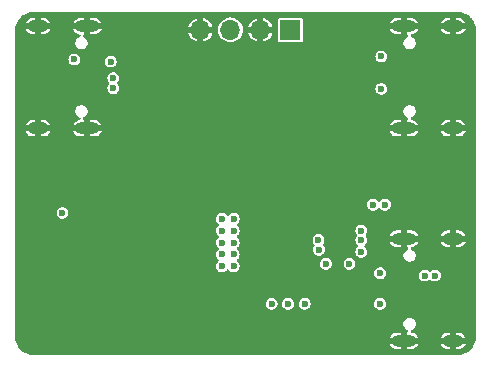
<source format=gbr>
G04 #@! TF.GenerationSoftware,KiCad,Pcbnew,8.0.8*
G04 #@! TF.CreationDate,2025-08-23T08:43:18-04:00*
G04 #@! TF.ProjectId,project-hw-usbc-mux-demux,70726f6a-6563-4742-9d68-772d75736263,rev?*
G04 #@! TF.SameCoordinates,Original*
G04 #@! TF.FileFunction,Copper,L3,Inr*
G04 #@! TF.FilePolarity,Positive*
%FSLAX46Y46*%
G04 Gerber Fmt 4.6, Leading zero omitted, Abs format (unit mm)*
G04 Created by KiCad (PCBNEW 8.0.8) date 2025-08-23 08:43:18*
%MOMM*%
%LPD*%
G01*
G04 APERTURE LIST*
G04 #@! TA.AperFunction,HeatsinkPad*
%ADD10O,2.100000X1.000000*%
G04 #@! TD*
G04 #@! TA.AperFunction,HeatsinkPad*
%ADD11O,1.800000X1.000000*%
G04 #@! TD*
G04 #@! TA.AperFunction,ComponentPad*
%ADD12R,1.700000X1.700000*%
G04 #@! TD*
G04 #@! TA.AperFunction,ComponentPad*
%ADD13O,1.700000X1.700000*%
G04 #@! TD*
G04 #@! TA.AperFunction,ViaPad*
%ADD14C,0.600000*%
G04 #@! TD*
G04 APERTURE END LIST*
D10*
X63395000Y-48320000D03*
D11*
X67575000Y-48320000D03*
D10*
X63395000Y-39680000D03*
D11*
X67575000Y-39680000D03*
D10*
X63395000Y-30320000D03*
D11*
X67575000Y-30320000D03*
D10*
X63395000Y-21680000D03*
D11*
X67575000Y-21680000D03*
D10*
X36605000Y-21680000D03*
D11*
X32425000Y-21680000D03*
D10*
X36605000Y-30320000D03*
D11*
X32425000Y-30320000D03*
D12*
X53800000Y-22000000D03*
D13*
X51260000Y-22000000D03*
X48720000Y-22000000D03*
X46180000Y-22000000D03*
D14*
X37200000Y-38700000D03*
X34500000Y-37500000D03*
X61800000Y-36800000D03*
X59800000Y-39000000D03*
X52200000Y-45200000D03*
X58800000Y-41800000D03*
X61400000Y-42600000D03*
X59800000Y-39800000D03*
X61400000Y-45200000D03*
X59800000Y-40800000D03*
X53600000Y-45200000D03*
X56175735Y-39775735D03*
X55000000Y-45200000D03*
X56200000Y-40600000D03*
X66025000Y-42800000D03*
X65175000Y-42800000D03*
X38800000Y-26925000D03*
X38800000Y-26075000D03*
X36000000Y-37500000D03*
X49000000Y-38000000D03*
X49000000Y-39000000D03*
X49000000Y-40000000D03*
X49000000Y-41000000D03*
X49000000Y-42000000D03*
X48000000Y-42000000D03*
X48000000Y-41000000D03*
X48000000Y-40000000D03*
X48000000Y-39000000D03*
X48000000Y-38000000D03*
X55000000Y-48750000D03*
X53500000Y-48750000D03*
X51250000Y-49000000D03*
X60800000Y-36800000D03*
X56800000Y-41800000D03*
X58000000Y-41800000D03*
X61500000Y-24250000D03*
X35500000Y-24500000D03*
X61500000Y-27000000D03*
X38573818Y-24675000D03*
X40000000Y-48000000D03*
X40000000Y-47000000D03*
X42500000Y-48750000D03*
X41500000Y-48750000D03*
X46000000Y-48750000D03*
X45000000Y-48750000D03*
X37000000Y-43500000D03*
X37000000Y-42500000D03*
X37750000Y-47000000D03*
X37750000Y-46000000D03*
X38750000Y-45000000D03*
X38000000Y-45000000D03*
G04 #@! TA.AperFunction,Conductor*
G36*
X68004418Y-20500816D02*
G01*
X68204561Y-20515130D01*
X68222063Y-20517647D01*
X68413797Y-20559355D01*
X68430755Y-20564334D01*
X68614609Y-20632909D01*
X68630701Y-20640259D01*
X68802904Y-20734288D01*
X68817784Y-20743849D01*
X68974867Y-20861441D01*
X68988237Y-20873027D01*
X69126972Y-21011762D01*
X69138558Y-21025132D01*
X69164408Y-21059664D01*
X69256146Y-21182210D01*
X69265711Y-21197095D01*
X69359740Y-21369298D01*
X69367090Y-21385390D01*
X69435662Y-21569236D01*
X69440646Y-21586212D01*
X69482351Y-21777931D01*
X69484869Y-21795442D01*
X69499184Y-21995580D01*
X69499500Y-22004427D01*
X69499500Y-47995572D01*
X69499184Y-48004419D01*
X69484869Y-48204557D01*
X69482351Y-48222068D01*
X69440646Y-48413787D01*
X69435662Y-48430763D01*
X69367090Y-48614609D01*
X69359740Y-48630701D01*
X69265711Y-48802904D01*
X69256146Y-48817789D01*
X69138558Y-48974867D01*
X69126972Y-48988237D01*
X68988237Y-49126972D01*
X68974867Y-49138558D01*
X68817789Y-49256146D01*
X68802904Y-49265711D01*
X68630701Y-49359740D01*
X68614609Y-49367090D01*
X68430763Y-49435662D01*
X68413787Y-49440646D01*
X68222068Y-49482351D01*
X68204557Y-49484869D01*
X68023779Y-49497799D01*
X68004417Y-49499184D01*
X67995572Y-49499500D01*
X32004428Y-49499500D01*
X31995582Y-49499184D01*
X31973622Y-49497613D01*
X31795442Y-49484869D01*
X31777931Y-49482351D01*
X31586212Y-49440646D01*
X31569236Y-49435662D01*
X31385390Y-49367090D01*
X31369298Y-49359740D01*
X31197095Y-49265711D01*
X31182210Y-49256146D01*
X31025132Y-49138558D01*
X31011762Y-49126972D01*
X30873027Y-48988237D01*
X30861441Y-48974867D01*
X30743849Y-48817784D01*
X30734288Y-48802904D01*
X30640259Y-48630701D01*
X30632909Y-48614609D01*
X30627294Y-48599556D01*
X30564334Y-48430755D01*
X30559355Y-48413797D01*
X30517647Y-48222063D01*
X30515130Y-48204556D01*
X30506217Y-48079940D01*
X30505506Y-48069999D01*
X62190879Y-48069999D01*
X62190879Y-48070000D01*
X62678012Y-48070000D01*
X62660795Y-48079940D01*
X62604940Y-48135795D01*
X62565444Y-48204204D01*
X62545000Y-48280504D01*
X62545000Y-48359496D01*
X62565444Y-48435796D01*
X62604940Y-48504205D01*
X62660795Y-48560060D01*
X62678012Y-48570000D01*
X62190879Y-48570000D01*
X62224667Y-48651573D01*
X62301275Y-48766226D01*
X62398773Y-48863724D01*
X62513420Y-48940328D01*
X62513433Y-48940335D01*
X62640813Y-48993097D01*
X62640823Y-48993100D01*
X62776053Y-49020000D01*
X63145000Y-49020000D01*
X63145000Y-48620000D01*
X63645000Y-48620000D01*
X63645000Y-49020000D01*
X64013946Y-49020000D01*
X64149176Y-48993100D01*
X64149186Y-48993097D01*
X64276566Y-48940335D01*
X64276579Y-48940328D01*
X64391226Y-48863724D01*
X64488724Y-48766226D01*
X64565332Y-48651573D01*
X64599121Y-48570000D01*
X64111988Y-48570000D01*
X64129205Y-48560060D01*
X64185060Y-48504205D01*
X64224556Y-48435796D01*
X64245000Y-48359496D01*
X64245000Y-48280504D01*
X64224556Y-48204204D01*
X64185060Y-48135795D01*
X64129205Y-48079940D01*
X64111988Y-48070000D01*
X64599121Y-48070000D01*
X64599120Y-48069999D01*
X66520879Y-48069999D01*
X66520879Y-48070000D01*
X67008012Y-48070000D01*
X66990795Y-48079940D01*
X66934940Y-48135795D01*
X66895444Y-48204204D01*
X66875000Y-48280504D01*
X66875000Y-48359496D01*
X66895444Y-48435796D01*
X66934940Y-48504205D01*
X66990795Y-48560060D01*
X67008012Y-48570000D01*
X66520879Y-48570000D01*
X66554667Y-48651573D01*
X66631275Y-48766226D01*
X66728773Y-48863724D01*
X66843420Y-48940328D01*
X66843433Y-48940335D01*
X66970813Y-48993097D01*
X66970823Y-48993100D01*
X67106053Y-49020000D01*
X67325000Y-49020000D01*
X67325000Y-48620000D01*
X67825000Y-48620000D01*
X67825000Y-49020000D01*
X68043946Y-49020000D01*
X68179176Y-48993100D01*
X68179186Y-48993097D01*
X68306566Y-48940335D01*
X68306579Y-48940328D01*
X68421226Y-48863724D01*
X68518724Y-48766226D01*
X68595332Y-48651573D01*
X68629121Y-48570000D01*
X68141988Y-48570000D01*
X68159205Y-48560060D01*
X68215060Y-48504205D01*
X68254556Y-48435796D01*
X68275000Y-48359496D01*
X68275000Y-48280504D01*
X68254556Y-48204204D01*
X68215060Y-48135795D01*
X68159205Y-48079940D01*
X68141988Y-48070000D01*
X68629121Y-48070000D01*
X68629120Y-48069999D01*
X68595332Y-47988426D01*
X68518724Y-47873773D01*
X68421226Y-47776275D01*
X68306579Y-47699671D01*
X68306566Y-47699664D01*
X68179186Y-47646902D01*
X68179176Y-47646899D01*
X68043946Y-47620000D01*
X67825000Y-47620000D01*
X67825000Y-48020000D01*
X67325000Y-48020000D01*
X67325000Y-47620000D01*
X67106054Y-47620000D01*
X66970823Y-47646899D01*
X66970813Y-47646902D01*
X66843433Y-47699664D01*
X66843420Y-47699671D01*
X66728773Y-47776275D01*
X66631275Y-47873773D01*
X66554667Y-47988426D01*
X66520879Y-48069999D01*
X64599120Y-48069999D01*
X64565332Y-47988426D01*
X64488724Y-47873773D01*
X64391226Y-47776275D01*
X64276579Y-47699671D01*
X64276566Y-47699664D01*
X64149186Y-47646902D01*
X64149176Y-47646899D01*
X64068940Y-47630939D01*
X64007029Y-47598554D01*
X63972455Y-47537838D01*
X63976196Y-47468068D01*
X64017062Y-47411397D01*
X64061036Y-47389548D01*
X64097836Y-47379688D01*
X64217665Y-47310505D01*
X64315505Y-47212665D01*
X64384688Y-47092836D01*
X64420500Y-46959183D01*
X64420500Y-46820817D01*
X64384688Y-46687164D01*
X64315505Y-46567335D01*
X64217665Y-46469495D01*
X64217664Y-46469494D01*
X64217661Y-46469492D01*
X64097838Y-46400313D01*
X64097837Y-46400312D01*
X64097836Y-46400312D01*
X63964183Y-46364500D01*
X63825817Y-46364500D01*
X63692164Y-46400312D01*
X63692161Y-46400313D01*
X63572338Y-46469492D01*
X63572333Y-46469496D01*
X63474496Y-46567333D01*
X63474492Y-46567338D01*
X63405313Y-46687161D01*
X63405312Y-46687164D01*
X63369500Y-46820817D01*
X63369500Y-46959182D01*
X63405312Y-47092835D01*
X63405313Y-47092838D01*
X63474492Y-47212661D01*
X63474494Y-47212664D01*
X63474495Y-47212665D01*
X63572335Y-47310505D01*
X63692164Y-47379688D01*
X63692169Y-47379689D01*
X63696390Y-47381438D01*
X63750794Y-47425278D01*
X63772860Y-47491572D01*
X63755582Y-47559272D01*
X63704445Y-47606883D01*
X63648939Y-47620000D01*
X63645000Y-47620000D01*
X63645000Y-48020000D01*
X63145000Y-48020000D01*
X63145000Y-47620000D01*
X62776054Y-47620000D01*
X62640823Y-47646899D01*
X62640813Y-47646902D01*
X62513433Y-47699664D01*
X62513420Y-47699671D01*
X62398773Y-47776275D01*
X62301275Y-47873773D01*
X62224667Y-47988426D01*
X62190879Y-48069999D01*
X30505506Y-48069999D01*
X30500816Y-48004418D01*
X30500500Y-47995572D01*
X30500500Y-45200000D01*
X51694353Y-45200000D01*
X51714834Y-45342456D01*
X51774622Y-45473371D01*
X51774623Y-45473373D01*
X51868872Y-45582143D01*
X51989947Y-45659953D01*
X51989950Y-45659954D01*
X51989949Y-45659954D01*
X52128036Y-45700499D01*
X52128038Y-45700500D01*
X52128039Y-45700500D01*
X52271962Y-45700500D01*
X52271962Y-45700499D01*
X52410053Y-45659953D01*
X52531128Y-45582143D01*
X52625377Y-45473373D01*
X52685165Y-45342457D01*
X52705647Y-45200000D01*
X53094353Y-45200000D01*
X53114834Y-45342456D01*
X53174622Y-45473371D01*
X53174623Y-45473373D01*
X53268872Y-45582143D01*
X53389947Y-45659953D01*
X53389950Y-45659954D01*
X53389949Y-45659954D01*
X53528036Y-45700499D01*
X53528038Y-45700500D01*
X53528039Y-45700500D01*
X53671962Y-45700500D01*
X53671962Y-45700499D01*
X53810053Y-45659953D01*
X53931128Y-45582143D01*
X54025377Y-45473373D01*
X54085165Y-45342457D01*
X54105647Y-45200000D01*
X54494353Y-45200000D01*
X54514834Y-45342456D01*
X54574622Y-45473371D01*
X54574623Y-45473373D01*
X54668872Y-45582143D01*
X54789947Y-45659953D01*
X54789950Y-45659954D01*
X54789949Y-45659954D01*
X54928036Y-45700499D01*
X54928038Y-45700500D01*
X54928039Y-45700500D01*
X55071962Y-45700500D01*
X55071962Y-45700499D01*
X55210053Y-45659953D01*
X55331128Y-45582143D01*
X55425377Y-45473373D01*
X55485165Y-45342457D01*
X55505647Y-45200000D01*
X60894353Y-45200000D01*
X60914834Y-45342456D01*
X60974622Y-45473371D01*
X60974623Y-45473373D01*
X61068872Y-45582143D01*
X61189947Y-45659953D01*
X61189950Y-45659954D01*
X61189949Y-45659954D01*
X61328036Y-45700499D01*
X61328038Y-45700500D01*
X61328039Y-45700500D01*
X61471962Y-45700500D01*
X61471962Y-45700499D01*
X61610053Y-45659953D01*
X61731128Y-45582143D01*
X61825377Y-45473373D01*
X61885165Y-45342457D01*
X61905647Y-45200000D01*
X61885165Y-45057543D01*
X61825377Y-44926627D01*
X61731128Y-44817857D01*
X61610053Y-44740047D01*
X61610051Y-44740046D01*
X61610049Y-44740045D01*
X61610050Y-44740045D01*
X61471963Y-44699500D01*
X61471961Y-44699500D01*
X61328039Y-44699500D01*
X61328036Y-44699500D01*
X61189949Y-44740045D01*
X61068873Y-44817856D01*
X60974623Y-44926626D01*
X60974622Y-44926628D01*
X60914834Y-45057543D01*
X60894353Y-45200000D01*
X55505647Y-45200000D01*
X55485165Y-45057543D01*
X55425377Y-44926627D01*
X55331128Y-44817857D01*
X55210053Y-44740047D01*
X55210051Y-44740046D01*
X55210049Y-44740045D01*
X55210050Y-44740045D01*
X55071963Y-44699500D01*
X55071961Y-44699500D01*
X54928039Y-44699500D01*
X54928036Y-44699500D01*
X54789949Y-44740045D01*
X54668873Y-44817856D01*
X54574623Y-44926626D01*
X54574622Y-44926628D01*
X54514834Y-45057543D01*
X54494353Y-45200000D01*
X54105647Y-45200000D01*
X54085165Y-45057543D01*
X54025377Y-44926627D01*
X53931128Y-44817857D01*
X53810053Y-44740047D01*
X53810051Y-44740046D01*
X53810049Y-44740045D01*
X53810050Y-44740045D01*
X53671963Y-44699500D01*
X53671961Y-44699500D01*
X53528039Y-44699500D01*
X53528036Y-44699500D01*
X53389949Y-44740045D01*
X53268873Y-44817856D01*
X53174623Y-44926626D01*
X53174622Y-44926628D01*
X53114834Y-45057543D01*
X53094353Y-45200000D01*
X52705647Y-45200000D01*
X52685165Y-45057543D01*
X52625377Y-44926627D01*
X52531128Y-44817857D01*
X52410053Y-44740047D01*
X52410051Y-44740046D01*
X52410049Y-44740045D01*
X52410050Y-44740045D01*
X52271963Y-44699500D01*
X52271961Y-44699500D01*
X52128039Y-44699500D01*
X52128036Y-44699500D01*
X51989949Y-44740045D01*
X51868873Y-44817856D01*
X51774623Y-44926626D01*
X51774622Y-44926628D01*
X51714834Y-45057543D01*
X51694353Y-45200000D01*
X30500500Y-45200000D01*
X30500500Y-42600000D01*
X60894353Y-42600000D01*
X60914834Y-42742456D01*
X60941114Y-42800000D01*
X60974623Y-42873373D01*
X61068872Y-42982143D01*
X61189947Y-43059953D01*
X61189950Y-43059954D01*
X61189949Y-43059954D01*
X61328036Y-43100499D01*
X61328038Y-43100500D01*
X61328039Y-43100500D01*
X61471962Y-43100500D01*
X61471962Y-43100499D01*
X61610053Y-43059953D01*
X61731128Y-42982143D01*
X61825377Y-42873373D01*
X61858886Y-42800000D01*
X64669353Y-42800000D01*
X64689834Y-42942456D01*
X64707959Y-42982143D01*
X64749623Y-43073373D01*
X64843872Y-43182143D01*
X64964947Y-43259953D01*
X64964950Y-43259954D01*
X64964949Y-43259954D01*
X65103036Y-43300499D01*
X65103038Y-43300500D01*
X65103039Y-43300500D01*
X65246962Y-43300500D01*
X65246962Y-43300499D01*
X65385053Y-43259953D01*
X65506128Y-43182143D01*
X65506285Y-43181961D01*
X65506486Y-43181832D01*
X65512828Y-43176337D01*
X65513617Y-43177248D01*
X65565059Y-43144186D01*
X65634929Y-43144182D01*
X65686384Y-43177246D01*
X65687172Y-43176337D01*
X65693492Y-43181813D01*
X65693705Y-43181950D01*
X65693872Y-43182143D01*
X65693873Y-43182144D01*
X65727534Y-43203776D01*
X65814947Y-43259953D01*
X65814950Y-43259954D01*
X65814949Y-43259954D01*
X65953036Y-43300499D01*
X65953038Y-43300500D01*
X65953039Y-43300500D01*
X66096962Y-43300500D01*
X66096962Y-43300499D01*
X66235053Y-43259953D01*
X66356128Y-43182143D01*
X66450377Y-43073373D01*
X66510165Y-42942457D01*
X66530647Y-42800000D01*
X66510165Y-42657543D01*
X66450377Y-42526627D01*
X66356128Y-42417857D01*
X66235053Y-42340047D01*
X66235051Y-42340046D01*
X66235049Y-42340045D01*
X66235050Y-42340045D01*
X66096963Y-42299500D01*
X66096961Y-42299500D01*
X65953039Y-42299500D01*
X65953036Y-42299500D01*
X65814949Y-42340045D01*
X65693872Y-42417857D01*
X65693711Y-42418043D01*
X65693504Y-42418175D01*
X65687172Y-42423663D01*
X65686382Y-42422752D01*
X65634932Y-42455816D01*
X65565063Y-42455814D01*
X65513617Y-42422752D01*
X65512828Y-42423663D01*
X65506495Y-42418175D01*
X65506289Y-42418043D01*
X65506128Y-42417857D01*
X65385053Y-42340047D01*
X65385051Y-42340046D01*
X65385049Y-42340045D01*
X65385050Y-42340045D01*
X65246963Y-42299500D01*
X65246961Y-42299500D01*
X65103039Y-42299500D01*
X65103036Y-42299500D01*
X64964949Y-42340045D01*
X64843873Y-42417856D01*
X64843872Y-42417856D01*
X64843872Y-42417857D01*
X64838841Y-42423663D01*
X64749623Y-42526626D01*
X64749622Y-42526628D01*
X64689834Y-42657543D01*
X64669353Y-42800000D01*
X61858886Y-42800000D01*
X61885165Y-42742457D01*
X61905647Y-42600000D01*
X61885165Y-42457543D01*
X61825377Y-42326627D01*
X61731128Y-42217857D01*
X61610053Y-42140047D01*
X61610051Y-42140046D01*
X61610049Y-42140045D01*
X61610050Y-42140045D01*
X61471963Y-42099500D01*
X61471961Y-42099500D01*
X61328039Y-42099500D01*
X61328036Y-42099500D01*
X61189949Y-42140045D01*
X61068873Y-42217856D01*
X60974623Y-42326626D01*
X60974622Y-42326628D01*
X60914834Y-42457543D01*
X60894353Y-42600000D01*
X30500500Y-42600000D01*
X30500500Y-37500000D01*
X33994353Y-37500000D01*
X34014834Y-37642456D01*
X34053275Y-37726628D01*
X34074623Y-37773373D01*
X34168872Y-37882143D01*
X34289947Y-37959953D01*
X34289950Y-37959954D01*
X34289949Y-37959954D01*
X34397107Y-37991417D01*
X34426336Y-38000000D01*
X34428036Y-38000499D01*
X34428038Y-38000500D01*
X34428039Y-38000500D01*
X34571962Y-38000500D01*
X34571962Y-38000499D01*
X34573661Y-38000000D01*
X47494353Y-38000000D01*
X47514834Y-38142456D01*
X47574622Y-38273371D01*
X47574623Y-38273373D01*
X47668872Y-38382143D01*
X47676324Y-38386932D01*
X47689943Y-38395685D01*
X47735698Y-38448489D01*
X47745641Y-38517648D01*
X47716615Y-38581203D01*
X47689943Y-38604315D01*
X47668874Y-38617855D01*
X47574623Y-38726626D01*
X47574622Y-38726628D01*
X47514834Y-38857543D01*
X47494353Y-39000000D01*
X47514834Y-39142456D01*
X47556538Y-39233773D01*
X47574623Y-39273373D01*
X47668872Y-39382143D01*
X47669199Y-39382353D01*
X47689943Y-39395685D01*
X47735698Y-39448489D01*
X47745641Y-39517648D01*
X47716615Y-39581203D01*
X47689943Y-39604315D01*
X47668874Y-39617855D01*
X47574623Y-39726626D01*
X47574622Y-39726628D01*
X47514834Y-39857543D01*
X47494353Y-40000000D01*
X47514834Y-40142456D01*
X47549269Y-40217857D01*
X47574623Y-40273373D01*
X47668872Y-40382143D01*
X47676324Y-40386932D01*
X47689943Y-40395685D01*
X47735698Y-40448489D01*
X47745641Y-40517648D01*
X47716615Y-40581203D01*
X47689943Y-40604315D01*
X47668874Y-40617855D01*
X47668872Y-40617856D01*
X47668872Y-40617857D01*
X47666745Y-40620312D01*
X47574623Y-40726626D01*
X47574622Y-40726628D01*
X47514834Y-40857543D01*
X47494353Y-41000000D01*
X47514834Y-41142456D01*
X47531606Y-41179181D01*
X47574623Y-41273373D01*
X47668872Y-41382143D01*
X47676324Y-41386932D01*
X47689943Y-41395685D01*
X47735698Y-41448489D01*
X47745641Y-41517648D01*
X47716615Y-41581203D01*
X47689943Y-41604315D01*
X47668874Y-41617855D01*
X47574623Y-41726626D01*
X47574622Y-41726628D01*
X47514834Y-41857543D01*
X47494353Y-42000000D01*
X47514834Y-42142456D01*
X47532959Y-42182143D01*
X47574623Y-42273373D01*
X47668872Y-42382143D01*
X47789947Y-42459953D01*
X47789950Y-42459954D01*
X47789949Y-42459954D01*
X47928036Y-42500499D01*
X47928038Y-42500500D01*
X47928039Y-42500500D01*
X48071962Y-42500500D01*
X48071962Y-42500499D01*
X48210053Y-42459953D01*
X48331128Y-42382143D01*
X48406287Y-42295403D01*
X48465064Y-42257629D01*
X48534934Y-42257629D01*
X48593711Y-42295402D01*
X48668872Y-42382143D01*
X48789947Y-42459953D01*
X48789950Y-42459954D01*
X48789949Y-42459954D01*
X48928036Y-42500499D01*
X48928038Y-42500500D01*
X48928039Y-42500500D01*
X49071962Y-42500500D01*
X49071962Y-42500499D01*
X49210053Y-42459953D01*
X49331128Y-42382143D01*
X49425377Y-42273373D01*
X49485165Y-42142457D01*
X49505647Y-42000000D01*
X49485165Y-41857543D01*
X49458886Y-41800000D01*
X56294353Y-41800000D01*
X56314834Y-41942456D01*
X56341114Y-42000000D01*
X56374623Y-42073373D01*
X56468872Y-42182143D01*
X56589947Y-42259953D01*
X56589950Y-42259954D01*
X56589949Y-42259954D01*
X56697107Y-42291417D01*
X56724633Y-42299500D01*
X56728036Y-42300499D01*
X56728038Y-42300500D01*
X56728039Y-42300500D01*
X56871962Y-42300500D01*
X56871962Y-42300499D01*
X57010053Y-42259953D01*
X57131128Y-42182143D01*
X57225377Y-42073373D01*
X57285165Y-41942457D01*
X57305647Y-41800000D01*
X58294353Y-41800000D01*
X58314834Y-41942456D01*
X58341114Y-42000000D01*
X58374623Y-42073373D01*
X58468872Y-42182143D01*
X58589947Y-42259953D01*
X58589950Y-42259954D01*
X58589949Y-42259954D01*
X58697107Y-42291417D01*
X58724633Y-42299500D01*
X58728036Y-42300499D01*
X58728038Y-42300500D01*
X58728039Y-42300500D01*
X58871962Y-42300500D01*
X58871962Y-42300499D01*
X59010053Y-42259953D01*
X59131128Y-42182143D01*
X59225377Y-42073373D01*
X59285165Y-41942457D01*
X59305647Y-41800000D01*
X59285165Y-41657543D01*
X59225377Y-41526627D01*
X59131128Y-41417857D01*
X59010053Y-41340047D01*
X59010051Y-41340046D01*
X59010049Y-41340045D01*
X59010050Y-41340045D01*
X58871963Y-41299500D01*
X58871961Y-41299500D01*
X58728039Y-41299500D01*
X58728036Y-41299500D01*
X58589949Y-41340045D01*
X58468873Y-41417856D01*
X58374623Y-41526626D01*
X58374622Y-41526628D01*
X58314834Y-41657543D01*
X58294353Y-41800000D01*
X57305647Y-41800000D01*
X57285165Y-41657543D01*
X57225377Y-41526627D01*
X57131128Y-41417857D01*
X57010053Y-41340047D01*
X57010051Y-41340046D01*
X57010049Y-41340045D01*
X57010050Y-41340045D01*
X56871963Y-41299500D01*
X56871961Y-41299500D01*
X56728039Y-41299500D01*
X56728036Y-41299500D01*
X56589949Y-41340045D01*
X56468873Y-41417856D01*
X56374623Y-41526626D01*
X56374622Y-41526628D01*
X56314834Y-41657543D01*
X56294353Y-41800000D01*
X49458886Y-41800000D01*
X49425377Y-41726627D01*
X49331128Y-41617857D01*
X49331125Y-41617855D01*
X49331125Y-41617854D01*
X49310058Y-41604316D01*
X49264302Y-41551513D01*
X49254358Y-41482354D01*
X49283382Y-41418798D01*
X49310058Y-41395684D01*
X49331125Y-41382145D01*
X49331125Y-41382144D01*
X49331128Y-41382143D01*
X49425377Y-41273373D01*
X49485165Y-41142457D01*
X49505647Y-41000000D01*
X49485165Y-40857543D01*
X49425377Y-40726627D01*
X49331128Y-40617857D01*
X49331125Y-40617855D01*
X49331125Y-40617854D01*
X49310058Y-40604316D01*
X49264302Y-40551513D01*
X49254358Y-40482354D01*
X49283382Y-40418798D01*
X49310058Y-40395684D01*
X49331125Y-40382145D01*
X49331125Y-40382144D01*
X49331128Y-40382143D01*
X49425377Y-40273373D01*
X49485165Y-40142457D01*
X49505647Y-40000000D01*
X49485165Y-39857543D01*
X49447804Y-39775735D01*
X55670088Y-39775735D01*
X55690569Y-39918191D01*
X55709993Y-39960723D01*
X55750358Y-40049108D01*
X55812364Y-40120667D01*
X55841388Y-40184221D01*
X55831444Y-40253379D01*
X55812364Y-40283069D01*
X55774625Y-40326622D01*
X55774622Y-40326628D01*
X55714834Y-40457543D01*
X55694353Y-40600000D01*
X55714834Y-40742456D01*
X55774622Y-40873371D01*
X55774623Y-40873373D01*
X55868872Y-40982143D01*
X55989947Y-41059953D01*
X55989950Y-41059954D01*
X55989949Y-41059954D01*
X56128036Y-41100499D01*
X56128038Y-41100500D01*
X56128039Y-41100500D01*
X56271962Y-41100500D01*
X56271962Y-41100499D01*
X56410053Y-41059953D01*
X56531128Y-40982143D01*
X56625377Y-40873373D01*
X56685165Y-40742457D01*
X56705647Y-40600000D01*
X56685165Y-40457543D01*
X56625377Y-40326627D01*
X56625375Y-40326625D01*
X56625374Y-40326622D01*
X56563371Y-40255067D01*
X56534346Y-40191512D01*
X56544290Y-40122353D01*
X56563367Y-40092667D01*
X56601112Y-40049108D01*
X56660900Y-39918192D01*
X56681382Y-39775735D01*
X56660900Y-39633278D01*
X56601112Y-39502362D01*
X56506863Y-39393592D01*
X56385788Y-39315782D01*
X56385786Y-39315781D01*
X56385784Y-39315780D01*
X56385785Y-39315780D01*
X56247698Y-39275235D01*
X56247696Y-39275235D01*
X56103774Y-39275235D01*
X56103771Y-39275235D01*
X55965684Y-39315780D01*
X55844608Y-39393591D01*
X55844607Y-39393591D01*
X55844607Y-39393592D01*
X55838670Y-39400444D01*
X55750358Y-39502361D01*
X55750357Y-39502363D01*
X55690569Y-39633278D01*
X55670088Y-39775735D01*
X49447804Y-39775735D01*
X49425377Y-39726627D01*
X49331128Y-39617857D01*
X49331125Y-39617855D01*
X49331125Y-39617854D01*
X49310058Y-39604316D01*
X49264302Y-39551513D01*
X49254358Y-39482354D01*
X49283382Y-39418798D01*
X49310058Y-39395684D01*
X49331125Y-39382145D01*
X49331125Y-39382144D01*
X49331128Y-39382143D01*
X49425377Y-39273373D01*
X49485165Y-39142457D01*
X49505647Y-39000000D01*
X59294353Y-39000000D01*
X59314834Y-39142456D01*
X59374622Y-39273371D01*
X59374625Y-39273377D01*
X59413983Y-39318798D01*
X59443008Y-39382353D01*
X59433064Y-39451512D01*
X59413983Y-39481202D01*
X59374625Y-39526622D01*
X59374622Y-39526628D01*
X59314834Y-39657543D01*
X59294353Y-39800000D01*
X59314834Y-39942456D01*
X59363541Y-40049107D01*
X59374623Y-40073373D01*
X59468872Y-40182143D01*
X59476324Y-40186932D01*
X59489943Y-40195685D01*
X59535698Y-40248489D01*
X59545641Y-40317648D01*
X59516615Y-40381203D01*
X59489943Y-40404315D01*
X59468874Y-40417855D01*
X59374623Y-40526626D01*
X59374622Y-40526628D01*
X59314834Y-40657543D01*
X59294353Y-40800000D01*
X59314834Y-40942456D01*
X59332959Y-40982143D01*
X59374623Y-41073373D01*
X59468872Y-41182143D01*
X59589947Y-41259953D01*
X59589950Y-41259954D01*
X59589949Y-41259954D01*
X59697107Y-41291417D01*
X59724633Y-41299500D01*
X59728036Y-41300499D01*
X59728038Y-41300500D01*
X59728039Y-41300500D01*
X59871962Y-41300500D01*
X59871962Y-41300499D01*
X60010053Y-41259953D01*
X60131128Y-41182143D01*
X60225377Y-41073373D01*
X60285165Y-40942457D01*
X60305647Y-40800000D01*
X60285165Y-40657543D01*
X60225377Y-40526627D01*
X60131128Y-40417857D01*
X60131125Y-40417855D01*
X60131125Y-40417854D01*
X60110058Y-40404316D01*
X60064302Y-40351513D01*
X60054358Y-40282354D01*
X60083382Y-40218798D01*
X60110058Y-40195684D01*
X60131125Y-40182145D01*
X60131125Y-40182144D01*
X60131128Y-40182143D01*
X60225377Y-40073373D01*
X60285165Y-39942457D01*
X60305647Y-39800000D01*
X60285165Y-39657543D01*
X60225377Y-39526627D01*
X60225375Y-39526625D01*
X60225374Y-39526622D01*
X60190919Y-39486860D01*
X60186016Y-39481202D01*
X60162632Y-39429999D01*
X62190879Y-39429999D01*
X62190879Y-39430000D01*
X62678012Y-39430000D01*
X62660795Y-39439940D01*
X62604940Y-39495795D01*
X62565444Y-39564204D01*
X62545000Y-39640504D01*
X62545000Y-39719496D01*
X62565444Y-39795796D01*
X62604940Y-39864205D01*
X62660795Y-39920060D01*
X62678012Y-39930000D01*
X62190879Y-39930000D01*
X62224667Y-40011573D01*
X62301275Y-40126226D01*
X62398773Y-40223724D01*
X62513420Y-40300328D01*
X62513433Y-40300335D01*
X62640813Y-40353097D01*
X62640823Y-40353100D01*
X62776053Y-40380000D01*
X63145000Y-40380000D01*
X63145000Y-39980000D01*
X63645000Y-39980000D01*
X63645000Y-40380000D01*
X63648939Y-40380000D01*
X63715978Y-40399685D01*
X63761733Y-40452489D01*
X63771677Y-40521647D01*
X63742652Y-40585203D01*
X63696390Y-40618562D01*
X63692161Y-40620313D01*
X63572338Y-40689492D01*
X63572333Y-40689496D01*
X63474496Y-40787333D01*
X63474492Y-40787338D01*
X63405313Y-40907161D01*
X63405312Y-40907164D01*
X63369500Y-41040817D01*
X63369500Y-41179183D01*
X63402007Y-41300499D01*
X63405312Y-41312835D01*
X63405313Y-41312838D01*
X63474492Y-41432661D01*
X63474494Y-41432664D01*
X63474495Y-41432665D01*
X63572335Y-41530505D01*
X63692164Y-41599688D01*
X63825817Y-41635500D01*
X63825819Y-41635500D01*
X63964181Y-41635500D01*
X63964183Y-41635500D01*
X64097836Y-41599688D01*
X64217665Y-41530505D01*
X64315505Y-41432665D01*
X64384688Y-41312836D01*
X64420500Y-41179183D01*
X64420500Y-41040817D01*
X64384688Y-40907164D01*
X64315505Y-40787335D01*
X64217665Y-40689495D01*
X64217664Y-40689494D01*
X64217661Y-40689492D01*
X64097838Y-40620313D01*
X64097831Y-40620310D01*
X64061037Y-40610451D01*
X64001377Y-40574086D01*
X63970849Y-40511238D01*
X63979144Y-40441863D01*
X64023630Y-40387986D01*
X64068941Y-40369060D01*
X64149175Y-40353100D01*
X64149186Y-40353097D01*
X64276566Y-40300335D01*
X64276579Y-40300328D01*
X64391226Y-40223724D01*
X64488724Y-40126226D01*
X64565332Y-40011573D01*
X64599121Y-39930000D01*
X64111988Y-39930000D01*
X64129205Y-39920060D01*
X64185060Y-39864205D01*
X64224556Y-39795796D01*
X64245000Y-39719496D01*
X64245000Y-39640504D01*
X64224556Y-39564204D01*
X64185060Y-39495795D01*
X64129205Y-39439940D01*
X64111988Y-39430000D01*
X64599121Y-39430000D01*
X64599120Y-39429999D01*
X66520879Y-39429999D01*
X66520879Y-39430000D01*
X67008012Y-39430000D01*
X66990795Y-39439940D01*
X66934940Y-39495795D01*
X66895444Y-39564204D01*
X66875000Y-39640504D01*
X66875000Y-39719496D01*
X66895444Y-39795796D01*
X66934940Y-39864205D01*
X66990795Y-39920060D01*
X67008012Y-39930000D01*
X66520879Y-39930000D01*
X66554667Y-40011573D01*
X66631275Y-40126226D01*
X66728773Y-40223724D01*
X66843420Y-40300328D01*
X66843433Y-40300335D01*
X66970813Y-40353097D01*
X66970823Y-40353100D01*
X67106053Y-40380000D01*
X67325000Y-40380000D01*
X67325000Y-39980000D01*
X67825000Y-39980000D01*
X67825000Y-40380000D01*
X68043946Y-40380000D01*
X68179176Y-40353100D01*
X68179186Y-40353097D01*
X68306566Y-40300335D01*
X68306579Y-40300328D01*
X68421226Y-40223724D01*
X68518724Y-40126226D01*
X68595332Y-40011573D01*
X68629121Y-39930000D01*
X68141988Y-39930000D01*
X68159205Y-39920060D01*
X68215060Y-39864205D01*
X68254556Y-39795796D01*
X68275000Y-39719496D01*
X68275000Y-39640504D01*
X68254556Y-39564204D01*
X68215060Y-39495795D01*
X68159205Y-39439940D01*
X68141988Y-39430000D01*
X68629121Y-39430000D01*
X68629120Y-39429999D01*
X68595332Y-39348426D01*
X68518724Y-39233773D01*
X68421226Y-39136275D01*
X68306579Y-39059671D01*
X68306566Y-39059664D01*
X68179186Y-39006902D01*
X68179176Y-39006899D01*
X68043946Y-38980000D01*
X67825000Y-38980000D01*
X67825000Y-39380000D01*
X67325000Y-39380000D01*
X67325000Y-38980000D01*
X67106054Y-38980000D01*
X66970823Y-39006899D01*
X66970813Y-39006902D01*
X66843433Y-39059664D01*
X66843420Y-39059671D01*
X66728773Y-39136275D01*
X66631275Y-39233773D01*
X66554667Y-39348426D01*
X66520879Y-39429999D01*
X64599120Y-39429999D01*
X64565332Y-39348426D01*
X64488724Y-39233773D01*
X64391226Y-39136275D01*
X64276579Y-39059671D01*
X64276566Y-39059664D01*
X64149186Y-39006902D01*
X64149176Y-39006899D01*
X64013946Y-38980000D01*
X63645000Y-38980000D01*
X63645000Y-39380000D01*
X63145000Y-39380000D01*
X63145000Y-38980000D01*
X62776054Y-38980000D01*
X62640823Y-39006899D01*
X62640813Y-39006902D01*
X62513433Y-39059664D01*
X62513420Y-39059671D01*
X62398773Y-39136275D01*
X62301275Y-39233773D01*
X62224667Y-39348426D01*
X62190879Y-39429999D01*
X60162632Y-39429999D01*
X60156991Y-39417648D01*
X60166934Y-39348489D01*
X60186017Y-39318797D01*
X60225374Y-39273377D01*
X60225374Y-39273375D01*
X60225377Y-39273373D01*
X60285165Y-39142457D01*
X60305647Y-39000000D01*
X60285165Y-38857543D01*
X60225377Y-38726627D01*
X60131128Y-38617857D01*
X60010053Y-38540047D01*
X60010051Y-38540046D01*
X60010049Y-38540045D01*
X60010050Y-38540045D01*
X59871963Y-38499500D01*
X59871961Y-38499500D01*
X59728039Y-38499500D01*
X59728036Y-38499500D01*
X59589949Y-38540045D01*
X59468873Y-38617856D01*
X59374623Y-38726626D01*
X59374622Y-38726628D01*
X59314834Y-38857543D01*
X59294353Y-39000000D01*
X49505647Y-39000000D01*
X49485165Y-38857543D01*
X49425377Y-38726627D01*
X49331128Y-38617857D01*
X49331125Y-38617855D01*
X49331125Y-38617854D01*
X49310058Y-38604316D01*
X49264302Y-38551513D01*
X49254358Y-38482354D01*
X49283382Y-38418798D01*
X49310058Y-38395684D01*
X49331125Y-38382145D01*
X49331125Y-38382144D01*
X49331128Y-38382143D01*
X49425377Y-38273373D01*
X49485165Y-38142457D01*
X49505647Y-38000000D01*
X49485165Y-37857543D01*
X49425377Y-37726627D01*
X49331128Y-37617857D01*
X49210053Y-37540047D01*
X49210051Y-37540046D01*
X49210049Y-37540045D01*
X49210050Y-37540045D01*
X49071963Y-37499500D01*
X49071961Y-37499500D01*
X48928039Y-37499500D01*
X48928036Y-37499500D01*
X48789949Y-37540045D01*
X48668873Y-37617856D01*
X48593713Y-37704596D01*
X48534935Y-37742370D01*
X48465065Y-37742370D01*
X48406287Y-37704596D01*
X48331128Y-37617857D01*
X48210053Y-37540047D01*
X48210051Y-37540046D01*
X48210049Y-37540045D01*
X48210050Y-37540045D01*
X48071963Y-37499500D01*
X48071961Y-37499500D01*
X47928039Y-37499500D01*
X47928036Y-37499500D01*
X47789949Y-37540045D01*
X47668873Y-37617856D01*
X47574623Y-37726626D01*
X47574622Y-37726628D01*
X47514834Y-37857543D01*
X47494353Y-38000000D01*
X34573661Y-38000000D01*
X34710053Y-37959953D01*
X34831128Y-37882143D01*
X34925377Y-37773373D01*
X34985165Y-37642457D01*
X35005647Y-37500000D01*
X34985165Y-37357543D01*
X34925377Y-37226627D01*
X34831128Y-37117857D01*
X34710053Y-37040047D01*
X34710051Y-37040046D01*
X34710049Y-37040045D01*
X34710050Y-37040045D01*
X34571963Y-36999500D01*
X34571961Y-36999500D01*
X34428039Y-36999500D01*
X34428036Y-36999500D01*
X34289949Y-37040045D01*
X34168873Y-37117856D01*
X34074623Y-37226626D01*
X34074622Y-37226628D01*
X34014834Y-37357543D01*
X33994353Y-37500000D01*
X30500500Y-37500000D01*
X30500500Y-36800000D01*
X60294353Y-36800000D01*
X60314834Y-36942456D01*
X60340886Y-36999500D01*
X60374623Y-37073373D01*
X60468872Y-37182143D01*
X60589947Y-37259953D01*
X60589950Y-37259954D01*
X60589949Y-37259954D01*
X60728036Y-37300499D01*
X60728038Y-37300500D01*
X60728039Y-37300500D01*
X60871962Y-37300500D01*
X60871962Y-37300499D01*
X61010053Y-37259953D01*
X61131128Y-37182143D01*
X61206287Y-37095403D01*
X61265064Y-37057629D01*
X61334934Y-37057629D01*
X61393711Y-37095402D01*
X61468872Y-37182143D01*
X61589947Y-37259953D01*
X61589950Y-37259954D01*
X61589949Y-37259954D01*
X61728036Y-37300499D01*
X61728038Y-37300500D01*
X61728039Y-37300500D01*
X61871962Y-37300500D01*
X61871962Y-37300499D01*
X62010053Y-37259953D01*
X62131128Y-37182143D01*
X62225377Y-37073373D01*
X62285165Y-36942457D01*
X62305647Y-36800000D01*
X62285165Y-36657543D01*
X62225377Y-36526627D01*
X62131128Y-36417857D01*
X62010053Y-36340047D01*
X62010051Y-36340046D01*
X62010049Y-36340045D01*
X62010050Y-36340045D01*
X61871963Y-36299500D01*
X61871961Y-36299500D01*
X61728039Y-36299500D01*
X61728036Y-36299500D01*
X61589949Y-36340045D01*
X61468873Y-36417856D01*
X61393713Y-36504596D01*
X61334935Y-36542370D01*
X61265065Y-36542370D01*
X61206287Y-36504596D01*
X61131128Y-36417857D01*
X61010053Y-36340047D01*
X61010051Y-36340046D01*
X61010049Y-36340045D01*
X61010050Y-36340045D01*
X60871963Y-36299500D01*
X60871961Y-36299500D01*
X60728039Y-36299500D01*
X60728036Y-36299500D01*
X60589949Y-36340045D01*
X60468873Y-36417856D01*
X60374623Y-36526626D01*
X60374622Y-36526628D01*
X60314834Y-36657543D01*
X60294353Y-36800000D01*
X30500500Y-36800000D01*
X30500500Y-30069999D01*
X31370879Y-30069999D01*
X31370879Y-30070000D01*
X31858012Y-30070000D01*
X31840795Y-30079940D01*
X31784940Y-30135795D01*
X31745444Y-30204204D01*
X31725000Y-30280504D01*
X31725000Y-30359496D01*
X31745444Y-30435796D01*
X31784940Y-30504205D01*
X31840795Y-30560060D01*
X31858012Y-30570000D01*
X31370879Y-30570000D01*
X31404667Y-30651573D01*
X31481275Y-30766226D01*
X31578773Y-30863724D01*
X31693420Y-30940328D01*
X31693433Y-30940335D01*
X31820813Y-30993097D01*
X31820823Y-30993100D01*
X31956053Y-31020000D01*
X32175000Y-31020000D01*
X32175000Y-30620000D01*
X32675000Y-30620000D01*
X32675000Y-31020000D01*
X32893946Y-31020000D01*
X33029176Y-30993100D01*
X33029186Y-30993097D01*
X33156566Y-30940335D01*
X33156579Y-30940328D01*
X33271226Y-30863724D01*
X33368724Y-30766226D01*
X33445332Y-30651573D01*
X33479121Y-30570000D01*
X32991988Y-30570000D01*
X33009205Y-30560060D01*
X33065060Y-30504205D01*
X33104556Y-30435796D01*
X33125000Y-30359496D01*
X33125000Y-30280504D01*
X33104556Y-30204204D01*
X33065060Y-30135795D01*
X33009205Y-30079940D01*
X32991988Y-30070000D01*
X33479121Y-30070000D01*
X33479120Y-30069999D01*
X35400879Y-30069999D01*
X35400879Y-30070000D01*
X35888012Y-30070000D01*
X35870795Y-30079940D01*
X35814940Y-30135795D01*
X35775444Y-30204204D01*
X35755000Y-30280504D01*
X35755000Y-30359496D01*
X35775444Y-30435796D01*
X35814940Y-30504205D01*
X35870795Y-30560060D01*
X35888012Y-30570000D01*
X35400879Y-30570000D01*
X35434667Y-30651573D01*
X35511275Y-30766226D01*
X35608773Y-30863724D01*
X35723420Y-30940328D01*
X35723433Y-30940335D01*
X35850813Y-30993097D01*
X35850823Y-30993100D01*
X35986053Y-31020000D01*
X36355000Y-31020000D01*
X36355000Y-30620000D01*
X36855000Y-30620000D01*
X36855000Y-31020000D01*
X37223946Y-31020000D01*
X37359176Y-30993100D01*
X37359186Y-30993097D01*
X37486566Y-30940335D01*
X37486579Y-30940328D01*
X37601226Y-30863724D01*
X37698724Y-30766226D01*
X37775332Y-30651573D01*
X37809121Y-30570000D01*
X37321988Y-30570000D01*
X37339205Y-30560060D01*
X37395060Y-30504205D01*
X37434556Y-30435796D01*
X37455000Y-30359496D01*
X37455000Y-30280504D01*
X37434556Y-30204204D01*
X37395060Y-30135795D01*
X37339205Y-30079940D01*
X37321988Y-30070000D01*
X37809121Y-30070000D01*
X37809120Y-30069999D01*
X62190879Y-30069999D01*
X62190879Y-30070000D01*
X62678012Y-30070000D01*
X62660795Y-30079940D01*
X62604940Y-30135795D01*
X62565444Y-30204204D01*
X62545000Y-30280504D01*
X62545000Y-30359496D01*
X62565444Y-30435796D01*
X62604940Y-30504205D01*
X62660795Y-30560060D01*
X62678012Y-30570000D01*
X62190879Y-30570000D01*
X62224667Y-30651573D01*
X62301275Y-30766226D01*
X62398773Y-30863724D01*
X62513420Y-30940328D01*
X62513433Y-30940335D01*
X62640813Y-30993097D01*
X62640823Y-30993100D01*
X62776053Y-31020000D01*
X63145000Y-31020000D01*
X63145000Y-30620000D01*
X63645000Y-30620000D01*
X63645000Y-31020000D01*
X64013946Y-31020000D01*
X64149176Y-30993100D01*
X64149186Y-30993097D01*
X64276566Y-30940335D01*
X64276579Y-30940328D01*
X64391226Y-30863724D01*
X64488724Y-30766226D01*
X64565332Y-30651573D01*
X64599121Y-30570000D01*
X64111988Y-30570000D01*
X64129205Y-30560060D01*
X64185060Y-30504205D01*
X64224556Y-30435796D01*
X64245000Y-30359496D01*
X64245000Y-30280504D01*
X64224556Y-30204204D01*
X64185060Y-30135795D01*
X64129205Y-30079940D01*
X64111988Y-30070000D01*
X64599121Y-30070000D01*
X64599120Y-30069999D01*
X66520879Y-30069999D01*
X66520879Y-30070000D01*
X67008012Y-30070000D01*
X66990795Y-30079940D01*
X66934940Y-30135795D01*
X66895444Y-30204204D01*
X66875000Y-30280504D01*
X66875000Y-30359496D01*
X66895444Y-30435796D01*
X66934940Y-30504205D01*
X66990795Y-30560060D01*
X67008012Y-30570000D01*
X66520879Y-30570000D01*
X66554667Y-30651573D01*
X66631275Y-30766226D01*
X66728773Y-30863724D01*
X66843420Y-30940328D01*
X66843433Y-30940335D01*
X66970813Y-30993097D01*
X66970823Y-30993100D01*
X67106053Y-31020000D01*
X67325000Y-31020000D01*
X67325000Y-30620000D01*
X67825000Y-30620000D01*
X67825000Y-31020000D01*
X68043946Y-31020000D01*
X68179176Y-30993100D01*
X68179186Y-30993097D01*
X68306566Y-30940335D01*
X68306579Y-30940328D01*
X68421226Y-30863724D01*
X68518724Y-30766226D01*
X68595332Y-30651573D01*
X68629121Y-30570000D01*
X68141988Y-30570000D01*
X68159205Y-30560060D01*
X68215060Y-30504205D01*
X68254556Y-30435796D01*
X68275000Y-30359496D01*
X68275000Y-30280504D01*
X68254556Y-30204204D01*
X68215060Y-30135795D01*
X68159205Y-30079940D01*
X68141988Y-30070000D01*
X68629121Y-30070000D01*
X68629120Y-30069999D01*
X68595332Y-29988426D01*
X68518724Y-29873773D01*
X68421226Y-29776275D01*
X68306579Y-29699671D01*
X68306566Y-29699664D01*
X68179186Y-29646902D01*
X68179176Y-29646899D01*
X68043946Y-29620000D01*
X67825000Y-29620000D01*
X67825000Y-30020000D01*
X67325000Y-30020000D01*
X67325000Y-29620000D01*
X67106054Y-29620000D01*
X66970823Y-29646899D01*
X66970813Y-29646902D01*
X66843433Y-29699664D01*
X66843420Y-29699671D01*
X66728773Y-29776275D01*
X66631275Y-29873773D01*
X66554667Y-29988426D01*
X66520879Y-30069999D01*
X64599120Y-30069999D01*
X64565332Y-29988426D01*
X64488724Y-29873773D01*
X64391226Y-29776275D01*
X64276579Y-29699671D01*
X64276566Y-29699664D01*
X64149186Y-29646902D01*
X64149176Y-29646899D01*
X64068940Y-29630939D01*
X64007029Y-29598554D01*
X63972455Y-29537838D01*
X63976196Y-29468068D01*
X64017062Y-29411397D01*
X64061036Y-29389548D01*
X64097836Y-29379688D01*
X64217665Y-29310505D01*
X64315505Y-29212665D01*
X64384688Y-29092836D01*
X64420500Y-28959183D01*
X64420500Y-28820817D01*
X64384688Y-28687164D01*
X64315505Y-28567335D01*
X64217665Y-28469495D01*
X64217664Y-28469494D01*
X64217661Y-28469492D01*
X64097838Y-28400313D01*
X64097837Y-28400312D01*
X64097836Y-28400312D01*
X63964183Y-28364500D01*
X63825817Y-28364500D01*
X63692164Y-28400312D01*
X63692161Y-28400313D01*
X63572338Y-28469492D01*
X63572333Y-28469496D01*
X63474496Y-28567333D01*
X63474492Y-28567338D01*
X63405313Y-28687161D01*
X63405312Y-28687164D01*
X63369500Y-28820817D01*
X63369500Y-28959182D01*
X63405312Y-29092835D01*
X63405313Y-29092838D01*
X63474492Y-29212661D01*
X63474494Y-29212664D01*
X63474495Y-29212665D01*
X63572335Y-29310505D01*
X63692164Y-29379688D01*
X63692169Y-29379689D01*
X63696390Y-29381438D01*
X63750794Y-29425278D01*
X63772860Y-29491572D01*
X63755582Y-29559272D01*
X63704445Y-29606883D01*
X63648939Y-29620000D01*
X63645000Y-29620000D01*
X63645000Y-30020000D01*
X63145000Y-30020000D01*
X63145000Y-29620000D01*
X62776054Y-29620000D01*
X62640823Y-29646899D01*
X62640813Y-29646902D01*
X62513433Y-29699664D01*
X62513420Y-29699671D01*
X62398773Y-29776275D01*
X62301275Y-29873773D01*
X62224667Y-29988426D01*
X62190879Y-30069999D01*
X37809120Y-30069999D01*
X37775332Y-29988426D01*
X37698724Y-29873773D01*
X37601226Y-29776275D01*
X37486579Y-29699671D01*
X37486566Y-29699664D01*
X37359186Y-29646902D01*
X37359176Y-29646899D01*
X37223946Y-29620000D01*
X36855000Y-29620000D01*
X36855000Y-30020000D01*
X36355000Y-30020000D01*
X36355000Y-29620000D01*
X36351061Y-29620000D01*
X36284022Y-29600315D01*
X36238267Y-29547511D01*
X36228323Y-29478353D01*
X36257348Y-29414797D01*
X36303610Y-29381438D01*
X36307828Y-29379690D01*
X36307836Y-29379688D01*
X36427665Y-29310505D01*
X36525505Y-29212665D01*
X36594688Y-29092836D01*
X36630500Y-28959183D01*
X36630500Y-28820817D01*
X36594688Y-28687164D01*
X36525505Y-28567335D01*
X36427665Y-28469495D01*
X36427664Y-28469494D01*
X36427661Y-28469492D01*
X36307838Y-28400313D01*
X36307837Y-28400312D01*
X36307836Y-28400312D01*
X36174183Y-28364500D01*
X36035817Y-28364500D01*
X35902164Y-28400312D01*
X35902161Y-28400313D01*
X35782338Y-28469492D01*
X35782333Y-28469496D01*
X35684496Y-28567333D01*
X35684492Y-28567338D01*
X35615313Y-28687161D01*
X35615312Y-28687164D01*
X35579500Y-28820817D01*
X35579500Y-28959182D01*
X35615312Y-29092835D01*
X35615313Y-29092838D01*
X35684492Y-29212661D01*
X35684494Y-29212664D01*
X35684495Y-29212665D01*
X35782335Y-29310505D01*
X35902164Y-29379688D01*
X35938961Y-29389547D01*
X35998621Y-29425912D01*
X36029150Y-29488759D01*
X36020855Y-29558134D01*
X35976370Y-29612012D01*
X35931059Y-29630939D01*
X35850823Y-29646899D01*
X35850813Y-29646902D01*
X35723433Y-29699664D01*
X35723420Y-29699671D01*
X35608773Y-29776275D01*
X35511275Y-29873773D01*
X35434667Y-29988426D01*
X35400879Y-30069999D01*
X33479120Y-30069999D01*
X33445332Y-29988426D01*
X33368724Y-29873773D01*
X33271226Y-29776275D01*
X33156579Y-29699671D01*
X33156566Y-29699664D01*
X33029186Y-29646902D01*
X33029176Y-29646899D01*
X32893946Y-29620000D01*
X32675000Y-29620000D01*
X32675000Y-30020000D01*
X32175000Y-30020000D01*
X32175000Y-29620000D01*
X31956054Y-29620000D01*
X31820823Y-29646899D01*
X31820813Y-29646902D01*
X31693433Y-29699664D01*
X31693420Y-29699671D01*
X31578773Y-29776275D01*
X31481275Y-29873773D01*
X31404667Y-29988426D01*
X31370879Y-30069999D01*
X30500500Y-30069999D01*
X30500500Y-26075000D01*
X38294353Y-26075000D01*
X38314834Y-26217456D01*
X38374622Y-26348371D01*
X38374623Y-26348373D01*
X38427697Y-26409624D01*
X38435646Y-26418798D01*
X38464670Y-26482354D01*
X38454726Y-26551512D01*
X38435646Y-26581202D01*
X38374623Y-26651627D01*
X38374622Y-26651628D01*
X38314834Y-26782543D01*
X38294353Y-26925000D01*
X38314834Y-27067456D01*
X38374622Y-27198371D01*
X38374623Y-27198373D01*
X38468872Y-27307143D01*
X38589947Y-27384953D01*
X38589950Y-27384954D01*
X38589949Y-27384954D01*
X38728036Y-27425499D01*
X38728038Y-27425500D01*
X38728039Y-27425500D01*
X38871962Y-27425500D01*
X38871962Y-27425499D01*
X39010053Y-27384953D01*
X39131128Y-27307143D01*
X39225377Y-27198373D01*
X39285165Y-27067457D01*
X39294864Y-27000000D01*
X60994353Y-27000000D01*
X61014834Y-27142456D01*
X61040370Y-27198371D01*
X61074623Y-27273373D01*
X61168872Y-27382143D01*
X61289947Y-27459953D01*
X61289950Y-27459954D01*
X61289949Y-27459954D01*
X61428036Y-27500499D01*
X61428038Y-27500500D01*
X61428039Y-27500500D01*
X61571962Y-27500500D01*
X61571962Y-27500499D01*
X61710053Y-27459953D01*
X61831128Y-27382143D01*
X61925377Y-27273373D01*
X61985165Y-27142457D01*
X62005647Y-27000000D01*
X61985165Y-26857543D01*
X61925377Y-26726627D01*
X61831128Y-26617857D01*
X61710053Y-26540047D01*
X61710051Y-26540046D01*
X61710049Y-26540045D01*
X61710050Y-26540045D01*
X61571963Y-26499500D01*
X61571961Y-26499500D01*
X61428039Y-26499500D01*
X61428036Y-26499500D01*
X61289949Y-26540045D01*
X61168873Y-26617856D01*
X61074623Y-26726626D01*
X61074622Y-26726628D01*
X61014834Y-26857543D01*
X60994353Y-27000000D01*
X39294864Y-27000000D01*
X39305647Y-26925000D01*
X39285165Y-26782543D01*
X39225377Y-26651627D01*
X39164353Y-26581201D01*
X39135329Y-26517647D01*
X39145273Y-26448489D01*
X39164351Y-26418800D01*
X39225377Y-26348373D01*
X39285165Y-26217457D01*
X39305647Y-26075000D01*
X39285165Y-25932543D01*
X39225377Y-25801627D01*
X39131128Y-25692857D01*
X39010053Y-25615047D01*
X39010051Y-25615046D01*
X39010049Y-25615045D01*
X39010050Y-25615045D01*
X38871963Y-25574500D01*
X38871961Y-25574500D01*
X38728039Y-25574500D01*
X38728036Y-25574500D01*
X38589949Y-25615045D01*
X38468873Y-25692856D01*
X38374623Y-25801626D01*
X38374622Y-25801628D01*
X38314834Y-25932543D01*
X38294353Y-26075000D01*
X30500500Y-26075000D01*
X30500500Y-24500000D01*
X34994353Y-24500000D01*
X35014834Y-24642456D01*
X35045660Y-24709954D01*
X35074623Y-24773373D01*
X35168872Y-24882143D01*
X35289947Y-24959953D01*
X35289950Y-24959954D01*
X35289949Y-24959954D01*
X35428036Y-25000499D01*
X35428038Y-25000500D01*
X35428039Y-25000500D01*
X35571962Y-25000500D01*
X35571962Y-25000499D01*
X35710053Y-24959953D01*
X35831128Y-24882143D01*
X35925377Y-24773373D01*
X35970303Y-24675000D01*
X38068171Y-24675000D01*
X38088652Y-24817456D01*
X38118194Y-24882143D01*
X38148441Y-24948373D01*
X38242690Y-25057143D01*
X38363765Y-25134953D01*
X38363768Y-25134954D01*
X38363767Y-25134954D01*
X38501854Y-25175499D01*
X38501856Y-25175500D01*
X38501857Y-25175500D01*
X38645780Y-25175500D01*
X38645780Y-25175499D01*
X38783871Y-25134953D01*
X38904946Y-25057143D01*
X38999195Y-24948373D01*
X39058983Y-24817457D01*
X39079465Y-24675000D01*
X39058983Y-24532543D01*
X38999195Y-24401627D01*
X38904946Y-24292857D01*
X38838259Y-24250000D01*
X60994353Y-24250000D01*
X61014834Y-24392456D01*
X61019023Y-24401628D01*
X61074623Y-24523373D01*
X61168872Y-24632143D01*
X61289947Y-24709953D01*
X61289950Y-24709954D01*
X61289949Y-24709954D01*
X61428036Y-24750499D01*
X61428038Y-24750500D01*
X61428039Y-24750500D01*
X61571962Y-24750500D01*
X61571962Y-24750499D01*
X61710053Y-24709953D01*
X61831128Y-24632143D01*
X61925377Y-24523373D01*
X61985165Y-24392457D01*
X62005647Y-24250000D01*
X61985165Y-24107543D01*
X61925377Y-23976627D01*
X61831128Y-23867857D01*
X61710053Y-23790047D01*
X61710051Y-23790046D01*
X61710049Y-23790045D01*
X61710050Y-23790045D01*
X61571963Y-23749500D01*
X61571961Y-23749500D01*
X61428039Y-23749500D01*
X61428036Y-23749500D01*
X61289949Y-23790045D01*
X61168873Y-23867856D01*
X61074623Y-23976626D01*
X61074622Y-23976628D01*
X61014834Y-24107543D01*
X60994353Y-24250000D01*
X38838259Y-24250000D01*
X38783871Y-24215047D01*
X38783869Y-24215046D01*
X38783867Y-24215045D01*
X38783868Y-24215045D01*
X38645781Y-24174500D01*
X38645779Y-24174500D01*
X38501857Y-24174500D01*
X38501854Y-24174500D01*
X38363767Y-24215045D01*
X38242691Y-24292856D01*
X38148441Y-24401626D01*
X38148440Y-24401628D01*
X38088652Y-24532543D01*
X38068171Y-24675000D01*
X35970303Y-24675000D01*
X35985165Y-24642457D01*
X36005647Y-24500000D01*
X35985165Y-24357543D01*
X35925377Y-24226627D01*
X35831128Y-24117857D01*
X35710053Y-24040047D01*
X35710051Y-24040046D01*
X35710049Y-24040045D01*
X35710050Y-24040045D01*
X35571963Y-23999500D01*
X35571961Y-23999500D01*
X35428039Y-23999500D01*
X35428036Y-23999500D01*
X35289949Y-24040045D01*
X35168873Y-24117856D01*
X35074623Y-24226626D01*
X35074622Y-24226628D01*
X35014834Y-24357543D01*
X34994353Y-24500000D01*
X30500500Y-24500000D01*
X30500500Y-22004427D01*
X30500816Y-21995581D01*
X30505213Y-21934108D01*
X30515130Y-21795436D01*
X30517646Y-21777938D01*
X30559356Y-21586199D01*
X30564333Y-21569248D01*
X30616271Y-21429999D01*
X31370879Y-21429999D01*
X31370879Y-21430000D01*
X31858012Y-21430000D01*
X31840795Y-21439940D01*
X31784940Y-21495795D01*
X31745444Y-21564204D01*
X31725000Y-21640504D01*
X31725000Y-21719496D01*
X31745444Y-21795796D01*
X31784940Y-21864205D01*
X31840795Y-21920060D01*
X31858012Y-21930000D01*
X31370879Y-21930000D01*
X31404667Y-22011573D01*
X31481275Y-22126226D01*
X31578773Y-22223724D01*
X31693420Y-22300328D01*
X31693433Y-22300335D01*
X31820813Y-22353097D01*
X31820823Y-22353100D01*
X31956053Y-22380000D01*
X32175000Y-22380000D01*
X32175000Y-21980000D01*
X32675000Y-21980000D01*
X32675000Y-22380000D01*
X32893946Y-22380000D01*
X33029176Y-22353100D01*
X33029186Y-22353097D01*
X33156566Y-22300335D01*
X33156579Y-22300328D01*
X33271226Y-22223724D01*
X33368724Y-22126226D01*
X33445332Y-22011573D01*
X33479121Y-21930000D01*
X32991988Y-21930000D01*
X33009205Y-21920060D01*
X33065060Y-21864205D01*
X33104556Y-21795796D01*
X33125000Y-21719496D01*
X33125000Y-21640504D01*
X33104556Y-21564204D01*
X33065060Y-21495795D01*
X33009205Y-21439940D01*
X32991988Y-21430000D01*
X33479121Y-21430000D01*
X33479120Y-21429999D01*
X35400879Y-21429999D01*
X35400879Y-21430000D01*
X35888012Y-21430000D01*
X35870795Y-21439940D01*
X35814940Y-21495795D01*
X35775444Y-21564204D01*
X35755000Y-21640504D01*
X35755000Y-21719496D01*
X35775444Y-21795796D01*
X35814940Y-21864205D01*
X35870795Y-21920060D01*
X35888012Y-21930000D01*
X35400879Y-21930000D01*
X35434667Y-22011573D01*
X35511275Y-22126226D01*
X35608773Y-22223724D01*
X35723420Y-22300328D01*
X35723433Y-22300335D01*
X35850813Y-22353097D01*
X35850825Y-22353100D01*
X35931058Y-22369060D01*
X35992969Y-22401444D01*
X36027543Y-22462160D01*
X36023804Y-22531930D01*
X35982938Y-22588602D01*
X35938963Y-22610451D01*
X35902166Y-22620311D01*
X35902161Y-22620313D01*
X35782338Y-22689492D01*
X35782333Y-22689496D01*
X35684496Y-22787333D01*
X35684492Y-22787338D01*
X35615313Y-22907161D01*
X35615312Y-22907164D01*
X35579500Y-23040817D01*
X35579500Y-23179182D01*
X35615312Y-23312835D01*
X35615313Y-23312838D01*
X35684492Y-23432661D01*
X35684494Y-23432664D01*
X35684495Y-23432665D01*
X35782335Y-23530505D01*
X35902164Y-23599688D01*
X36035817Y-23635500D01*
X36035819Y-23635500D01*
X36174181Y-23635500D01*
X36174183Y-23635500D01*
X36307836Y-23599688D01*
X36427665Y-23530505D01*
X36525505Y-23432665D01*
X36594688Y-23312836D01*
X36630500Y-23179183D01*
X36630500Y-23040817D01*
X36594688Y-22907164D01*
X36525505Y-22787335D01*
X36427665Y-22689495D01*
X36427664Y-22689494D01*
X36427661Y-22689492D01*
X36307838Y-22620313D01*
X36303610Y-22618562D01*
X36249206Y-22574722D01*
X36227140Y-22508428D01*
X36244418Y-22440728D01*
X36295555Y-22393117D01*
X36351061Y-22380000D01*
X36355000Y-22380000D01*
X36355000Y-21980000D01*
X36855000Y-21980000D01*
X36855000Y-22380000D01*
X37223946Y-22380000D01*
X37359176Y-22353100D01*
X37359186Y-22353097D01*
X37486566Y-22300335D01*
X37486579Y-22300328D01*
X37601226Y-22223724D01*
X37698724Y-22126226D01*
X37775332Y-22011573D01*
X37809121Y-21930000D01*
X37321988Y-21930000D01*
X37339205Y-21920060D01*
X37395060Y-21864205D01*
X37434556Y-21795796D01*
X37446827Y-21750000D01*
X45158590Y-21750000D01*
X45746988Y-21750000D01*
X45714075Y-21807007D01*
X45680000Y-21934174D01*
X45680000Y-22065826D01*
X45714075Y-22192993D01*
X45746988Y-22250000D01*
X45158590Y-22250000D01*
X45205233Y-22403766D01*
X45302728Y-22586166D01*
X45302731Y-22586171D01*
X45433944Y-22746055D01*
X45593826Y-22877267D01*
X45593833Y-22877271D01*
X45776233Y-22974766D01*
X45930000Y-23021410D01*
X45930000Y-22433012D01*
X45987007Y-22465925D01*
X46114174Y-22500000D01*
X46245826Y-22500000D01*
X46372993Y-22465925D01*
X46430000Y-22433012D01*
X46430000Y-23021410D01*
X46583766Y-22974766D01*
X46766166Y-22877271D01*
X46766173Y-22877267D01*
X46926055Y-22746055D01*
X47057269Y-22586171D01*
X47057271Y-22586166D01*
X47154766Y-22403766D01*
X47201410Y-22250000D01*
X46613012Y-22250000D01*
X46645925Y-22192993D01*
X46680000Y-22065826D01*
X46680000Y-22000000D01*
X47664417Y-22000000D01*
X47684699Y-22205932D01*
X47684700Y-22205934D01*
X47744768Y-22403954D01*
X47842315Y-22586450D01*
X47876969Y-22628677D01*
X47973589Y-22746410D01*
X48023461Y-22787338D01*
X48133550Y-22877685D01*
X48316046Y-22975232D01*
X48514066Y-23035300D01*
X48514065Y-23035300D01*
X48532529Y-23037118D01*
X48720000Y-23055583D01*
X48925934Y-23035300D01*
X49123954Y-22975232D01*
X49306450Y-22877685D01*
X49466410Y-22746410D01*
X49597685Y-22586450D01*
X49695232Y-22403954D01*
X49755300Y-22205934D01*
X49775583Y-22000000D01*
X49755300Y-21794066D01*
X49741933Y-21750000D01*
X50238590Y-21750000D01*
X50826988Y-21750000D01*
X50794075Y-21807007D01*
X50760000Y-21934174D01*
X50760000Y-22065826D01*
X50794075Y-22192993D01*
X50826988Y-22250000D01*
X50238590Y-22250000D01*
X50285233Y-22403766D01*
X50382728Y-22586166D01*
X50382731Y-22586171D01*
X50513944Y-22746055D01*
X50673826Y-22877267D01*
X50673833Y-22877271D01*
X50856233Y-22974766D01*
X51010000Y-23021410D01*
X51010000Y-22433012D01*
X51067007Y-22465925D01*
X51194174Y-22500000D01*
X51325826Y-22500000D01*
X51452993Y-22465925D01*
X51510000Y-22433012D01*
X51510000Y-23021410D01*
X51663766Y-22974766D01*
X51846166Y-22877271D01*
X51846173Y-22877267D01*
X52006055Y-22746055D01*
X52137269Y-22586171D01*
X52137271Y-22586166D01*
X52234766Y-22403766D01*
X52281410Y-22250000D01*
X51693012Y-22250000D01*
X51725925Y-22192993D01*
X51760000Y-22065826D01*
X51760000Y-21934174D01*
X51725925Y-21807007D01*
X51693012Y-21750000D01*
X52281410Y-21750000D01*
X52234766Y-21596233D01*
X52137271Y-21413833D01*
X52137267Y-21413826D01*
X52006055Y-21253944D01*
X51855330Y-21130247D01*
X52749500Y-21130247D01*
X52749500Y-22869752D01*
X52761131Y-22928229D01*
X52761132Y-22928230D01*
X52805447Y-22994552D01*
X52871769Y-23038867D01*
X52871770Y-23038868D01*
X52930247Y-23050499D01*
X52930250Y-23050500D01*
X52930252Y-23050500D01*
X54669750Y-23050500D01*
X54669751Y-23050499D01*
X54684568Y-23047552D01*
X54728229Y-23038868D01*
X54728229Y-23038867D01*
X54728231Y-23038867D01*
X54794552Y-22994552D01*
X54838867Y-22928231D01*
X54838867Y-22928229D01*
X54838868Y-22928229D01*
X54848922Y-22877682D01*
X54850500Y-22869748D01*
X54850500Y-21429999D01*
X62190879Y-21429999D01*
X62190879Y-21430000D01*
X62678012Y-21430000D01*
X62660795Y-21439940D01*
X62604940Y-21495795D01*
X62565444Y-21564204D01*
X62545000Y-21640504D01*
X62545000Y-21719496D01*
X62565444Y-21795796D01*
X62604940Y-21864205D01*
X62660795Y-21920060D01*
X62678012Y-21930000D01*
X62190879Y-21930000D01*
X62224667Y-22011573D01*
X62301275Y-22126226D01*
X62398773Y-22223724D01*
X62513420Y-22300328D01*
X62513433Y-22300335D01*
X62640813Y-22353097D01*
X62640823Y-22353100D01*
X62776053Y-22380000D01*
X63145000Y-22380000D01*
X63145000Y-21980000D01*
X63645000Y-21980000D01*
X63645000Y-22380000D01*
X63648939Y-22380000D01*
X63715978Y-22399685D01*
X63761733Y-22452489D01*
X63771677Y-22521647D01*
X63742652Y-22585203D01*
X63696390Y-22618562D01*
X63692161Y-22620313D01*
X63572338Y-22689492D01*
X63572333Y-22689496D01*
X63474496Y-22787333D01*
X63474492Y-22787338D01*
X63405313Y-22907161D01*
X63405312Y-22907164D01*
X63369500Y-23040817D01*
X63369500Y-23179182D01*
X63405312Y-23312835D01*
X63405313Y-23312838D01*
X63474492Y-23432661D01*
X63474494Y-23432664D01*
X63474495Y-23432665D01*
X63572335Y-23530505D01*
X63692164Y-23599688D01*
X63825817Y-23635500D01*
X63825819Y-23635500D01*
X63964181Y-23635500D01*
X63964183Y-23635500D01*
X64097836Y-23599688D01*
X64217665Y-23530505D01*
X64315505Y-23432665D01*
X64384688Y-23312836D01*
X64420500Y-23179183D01*
X64420500Y-23040817D01*
X64384688Y-22907164D01*
X64315505Y-22787335D01*
X64217665Y-22689495D01*
X64217664Y-22689494D01*
X64217661Y-22689492D01*
X64097838Y-22620313D01*
X64097831Y-22620310D01*
X64061037Y-22610451D01*
X64001377Y-22574086D01*
X63970849Y-22511238D01*
X63979144Y-22441863D01*
X64023630Y-22387986D01*
X64068941Y-22369060D01*
X64149175Y-22353100D01*
X64149186Y-22353097D01*
X64276566Y-22300335D01*
X64276579Y-22300328D01*
X64391226Y-22223724D01*
X64488724Y-22126226D01*
X64565332Y-22011573D01*
X64599121Y-21930000D01*
X64111988Y-21930000D01*
X64129205Y-21920060D01*
X64185060Y-21864205D01*
X64224556Y-21795796D01*
X64245000Y-21719496D01*
X64245000Y-21640504D01*
X64224556Y-21564204D01*
X64185060Y-21495795D01*
X64129205Y-21439940D01*
X64111988Y-21430000D01*
X64599121Y-21430000D01*
X64599120Y-21429999D01*
X66520879Y-21429999D01*
X66520879Y-21430000D01*
X67008012Y-21430000D01*
X66990795Y-21439940D01*
X66934940Y-21495795D01*
X66895444Y-21564204D01*
X66875000Y-21640504D01*
X66875000Y-21719496D01*
X66895444Y-21795796D01*
X66934940Y-21864205D01*
X66990795Y-21920060D01*
X67008012Y-21930000D01*
X66520879Y-21930000D01*
X66554667Y-22011573D01*
X66631275Y-22126226D01*
X66728773Y-22223724D01*
X66843420Y-22300328D01*
X66843433Y-22300335D01*
X66970813Y-22353097D01*
X66970823Y-22353100D01*
X67106053Y-22380000D01*
X67325000Y-22380000D01*
X67325000Y-21980000D01*
X67825000Y-21980000D01*
X67825000Y-22380000D01*
X68043946Y-22380000D01*
X68179176Y-22353100D01*
X68179186Y-22353097D01*
X68306566Y-22300335D01*
X68306579Y-22300328D01*
X68421226Y-22223724D01*
X68518724Y-22126226D01*
X68595332Y-22011573D01*
X68629121Y-21930000D01*
X68141988Y-21930000D01*
X68159205Y-21920060D01*
X68215060Y-21864205D01*
X68254556Y-21795796D01*
X68275000Y-21719496D01*
X68275000Y-21640504D01*
X68254556Y-21564204D01*
X68215060Y-21495795D01*
X68159205Y-21439940D01*
X68141988Y-21430000D01*
X68629121Y-21430000D01*
X68629120Y-21429999D01*
X68595332Y-21348426D01*
X68518724Y-21233773D01*
X68421226Y-21136275D01*
X68306579Y-21059671D01*
X68306566Y-21059664D01*
X68179186Y-21006902D01*
X68179176Y-21006899D01*
X68043946Y-20980000D01*
X67825000Y-20980000D01*
X67825000Y-21380000D01*
X67325000Y-21380000D01*
X67325000Y-20980000D01*
X67106054Y-20980000D01*
X66970823Y-21006899D01*
X66970813Y-21006902D01*
X66843433Y-21059664D01*
X66843420Y-21059671D01*
X66728773Y-21136275D01*
X66631275Y-21233773D01*
X66554667Y-21348426D01*
X66520879Y-21429999D01*
X64599120Y-21429999D01*
X64565332Y-21348426D01*
X64488724Y-21233773D01*
X64391226Y-21136275D01*
X64276579Y-21059671D01*
X64276566Y-21059664D01*
X64149186Y-21006902D01*
X64149176Y-21006899D01*
X64013946Y-20980000D01*
X63645000Y-20980000D01*
X63645000Y-21380000D01*
X63145000Y-21380000D01*
X63145000Y-20980000D01*
X62776054Y-20980000D01*
X62640823Y-21006899D01*
X62640813Y-21006902D01*
X62513433Y-21059664D01*
X62513420Y-21059671D01*
X62398773Y-21136275D01*
X62301275Y-21233773D01*
X62224667Y-21348426D01*
X62190879Y-21429999D01*
X54850500Y-21429999D01*
X54850500Y-21130252D01*
X54850500Y-21130249D01*
X54850499Y-21130247D01*
X54838868Y-21071770D01*
X54838867Y-21071769D01*
X54794552Y-21005447D01*
X54728230Y-20961132D01*
X54728229Y-20961131D01*
X54669752Y-20949500D01*
X54669748Y-20949500D01*
X52930252Y-20949500D01*
X52930247Y-20949500D01*
X52871770Y-20961131D01*
X52871769Y-20961132D01*
X52805447Y-21005447D01*
X52761132Y-21071769D01*
X52761131Y-21071770D01*
X52749500Y-21130247D01*
X51855330Y-21130247D01*
X51846173Y-21122732D01*
X51846166Y-21122728D01*
X51663763Y-21025232D01*
X51510000Y-20978587D01*
X51510000Y-21566988D01*
X51452993Y-21534075D01*
X51325826Y-21500000D01*
X51194174Y-21500000D01*
X51067007Y-21534075D01*
X51010000Y-21566988D01*
X51010000Y-20978587D01*
X50856236Y-21025232D01*
X50673833Y-21122728D01*
X50673826Y-21122732D01*
X50513944Y-21253944D01*
X50382732Y-21413826D01*
X50382728Y-21413833D01*
X50285233Y-21596233D01*
X50238590Y-21750000D01*
X49741933Y-21750000D01*
X49695232Y-21596046D01*
X49597685Y-21413550D01*
X49544239Y-21348426D01*
X49466410Y-21253589D01*
X49316121Y-21130252D01*
X49306450Y-21122315D01*
X49123954Y-21024768D01*
X48925934Y-20964700D01*
X48925932Y-20964699D01*
X48925934Y-20964699D01*
X48720000Y-20944417D01*
X48514067Y-20964699D01*
X48316043Y-21024769D01*
X48228114Y-21071769D01*
X48133550Y-21122315D01*
X48133548Y-21122316D01*
X48133547Y-21122317D01*
X47973589Y-21253589D01*
X47842317Y-21413547D01*
X47842315Y-21413550D01*
X47828209Y-21439940D01*
X47744769Y-21596043D01*
X47684699Y-21794067D01*
X47664417Y-22000000D01*
X46680000Y-22000000D01*
X46680000Y-21934174D01*
X46645925Y-21807007D01*
X46613012Y-21750000D01*
X47201410Y-21750000D01*
X47154766Y-21596233D01*
X47057271Y-21413833D01*
X47057267Y-21413826D01*
X46926055Y-21253944D01*
X46766173Y-21122732D01*
X46766166Y-21122728D01*
X46583763Y-21025232D01*
X46430000Y-20978587D01*
X46430000Y-21566988D01*
X46372993Y-21534075D01*
X46245826Y-21500000D01*
X46114174Y-21500000D01*
X45987007Y-21534075D01*
X45930000Y-21566988D01*
X45930000Y-20978587D01*
X45776236Y-21025232D01*
X45593833Y-21122728D01*
X45593826Y-21122732D01*
X45433944Y-21253944D01*
X45302732Y-21413826D01*
X45302728Y-21413833D01*
X45205233Y-21596233D01*
X45158590Y-21750000D01*
X37446827Y-21750000D01*
X37455000Y-21719496D01*
X37455000Y-21640504D01*
X37434556Y-21564204D01*
X37395060Y-21495795D01*
X37339205Y-21439940D01*
X37321988Y-21430000D01*
X37809121Y-21430000D01*
X37809120Y-21429999D01*
X37775332Y-21348426D01*
X37698724Y-21233773D01*
X37601226Y-21136275D01*
X37486579Y-21059671D01*
X37486566Y-21059664D01*
X37359186Y-21006902D01*
X37359176Y-21006899D01*
X37223946Y-20980000D01*
X36855000Y-20980000D01*
X36855000Y-21380000D01*
X36355000Y-21380000D01*
X36355000Y-20980000D01*
X35986054Y-20980000D01*
X35850823Y-21006899D01*
X35850813Y-21006902D01*
X35723433Y-21059664D01*
X35723420Y-21059671D01*
X35608773Y-21136275D01*
X35511275Y-21233773D01*
X35434667Y-21348426D01*
X35400879Y-21429999D01*
X33479120Y-21429999D01*
X33445332Y-21348426D01*
X33368724Y-21233773D01*
X33271226Y-21136275D01*
X33156579Y-21059671D01*
X33156566Y-21059664D01*
X33029186Y-21006902D01*
X33029176Y-21006899D01*
X32893946Y-20980000D01*
X32675000Y-20980000D01*
X32675000Y-21380000D01*
X32175000Y-21380000D01*
X32175000Y-20980000D01*
X31956054Y-20980000D01*
X31820823Y-21006899D01*
X31820813Y-21006902D01*
X31693433Y-21059664D01*
X31693420Y-21059671D01*
X31578773Y-21136275D01*
X31481275Y-21233773D01*
X31404667Y-21348426D01*
X31370879Y-21429999D01*
X30616271Y-21429999D01*
X30632911Y-21385385D01*
X30640259Y-21369298D01*
X30702815Y-21254734D01*
X30734291Y-21197089D01*
X30743845Y-21182221D01*
X30861448Y-21025123D01*
X30873020Y-21011769D01*
X31011769Y-20873020D01*
X31025123Y-20861448D01*
X31182221Y-20743845D01*
X31197089Y-20734291D01*
X31369298Y-20640258D01*
X31385385Y-20632911D01*
X31569248Y-20564333D01*
X31586199Y-20559356D01*
X31777938Y-20517646D01*
X31795436Y-20515130D01*
X31995582Y-20500816D01*
X32004428Y-20500500D01*
X32065892Y-20500500D01*
X67934108Y-20500500D01*
X67995572Y-20500500D01*
X68004418Y-20500816D01*
G37*
G04 #@! TD.AperFunction*
M02*

</source>
